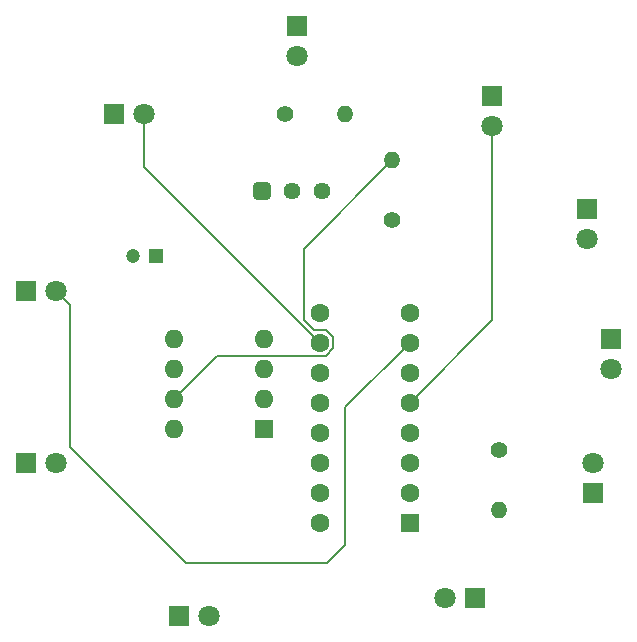
<source format=gbr>
%TF.GenerationSoftware,KiCad,Pcbnew,8.0.8*%
%TF.CreationDate,2025-01-31T19:08:08+05:30*%
%TF.ProjectId,LED Chaser circuit,4c454420-4368-4617-9365-722063697263,rev?*%
%TF.SameCoordinates,Original*%
%TF.FileFunction,Copper,L2,Bot*%
%TF.FilePolarity,Positive*%
%FSLAX46Y46*%
G04 Gerber Fmt 4.6, Leading zero omitted, Abs format (unit mm)*
G04 Created by KiCad (PCBNEW 8.0.8) date 2025-01-31 19:08:08*
%MOMM*%
%LPD*%
G01*
G04 APERTURE LIST*
G04 Aperture macros list*
%AMRoundRect*
0 Rectangle with rounded corners*
0 $1 Rounding radius*
0 $2 $3 $4 $5 $6 $7 $8 $9 X,Y pos of 4 corners*
0 Add a 4 corners polygon primitive as box body*
4,1,4,$2,$3,$4,$5,$6,$7,$8,$9,$2,$3,0*
0 Add four circle primitives for the rounded corners*
1,1,$1+$1,$2,$3*
1,1,$1+$1,$4,$5*
1,1,$1+$1,$6,$7*
1,1,$1+$1,$8,$9*
0 Add four rect primitives between the rounded corners*
20,1,$1+$1,$2,$3,$4,$5,0*
20,1,$1+$1,$4,$5,$6,$7,0*
20,1,$1+$1,$6,$7,$8,$9,0*
20,1,$1+$1,$8,$9,$2,$3,0*%
G04 Aperture macros list end*
%TA.AperFunction,ComponentPad*%
%ADD10R,1.600000X1.600000*%
%TD*%
%TA.AperFunction,ComponentPad*%
%ADD11C,1.600000*%
%TD*%
%TA.AperFunction,ComponentPad*%
%ADD12O,1.600000X1.600000*%
%TD*%
%TA.AperFunction,ComponentPad*%
%ADD13RoundRect,0.250000X0.470000X-0.470000X0.470000X0.470000X-0.470000X0.470000X-0.470000X-0.470000X0*%
%TD*%
%TA.AperFunction,ComponentPad*%
%ADD14C,1.440000*%
%TD*%
%TA.AperFunction,ComponentPad*%
%ADD15C,1.400000*%
%TD*%
%TA.AperFunction,ComponentPad*%
%ADD16O,1.400000X1.400000*%
%TD*%
%TA.AperFunction,ComponentPad*%
%ADD17R,1.800000X1.800000*%
%TD*%
%TA.AperFunction,ComponentPad*%
%ADD18C,1.800000*%
%TD*%
%TA.AperFunction,ComponentPad*%
%ADD19C,1.200000*%
%TD*%
%TA.AperFunction,ComponentPad*%
%ADD20R,1.200000X1.200000*%
%TD*%
%TA.AperFunction,Conductor*%
%ADD21C,0.200000*%
%TD*%
G04 APERTURE END LIST*
D10*
%TO.P,U2,1,Q5*%
%TO.N,Net-(D5-A)*%
X156000000Y-101080000D03*
D11*
%TO.P,U2,2,Q1*%
%TO.N,Net-(D1-A)*%
X156000000Y-98540000D03*
%TO.P,U2,3,Q0*%
%TO.N,Net-(D10-A)*%
X156000000Y-96000000D03*
%TO.P,U2,4,Q2*%
%TO.N,Net-(D2-A)*%
X156000000Y-93460000D03*
%TO.P,U2,5,Q6*%
%TO.N,Net-(D6-A)*%
X156000000Y-90920000D03*
%TO.P,U2,6,Q7*%
%TO.N,Net-(D7-A)*%
X156000000Y-88380000D03*
%TO.P,U2,7,Q3*%
%TO.N,Net-(D3-A)*%
X156000000Y-85840000D03*
%TO.P,U2,8,VSS*%
%TO.N,Net-(U1-GND)*%
X156000000Y-83300000D03*
%TO.P,U2,9,Q8*%
%TO.N,Net-(D8-A)*%
X148380000Y-83300000D03*
%TO.P,U2,10,Q4*%
%TO.N,Net-(D4-A)*%
X148380000Y-85840000D03*
%TO.P,U2,11,Q9*%
%TO.N,Net-(D9-A)*%
X148380000Y-88380000D03*
%TO.P,U2,12,Cout*%
%TO.N,unconnected-(U2-Cout-Pad12)*%
X148380000Y-90920000D03*
%TO.P,U2,13,CKEN*%
%TO.N,Net-(U1-GND)*%
X148380000Y-93460000D03*
%TO.P,U2,14,CLK*%
%TO.N,Net-(U1-Q)*%
X148380000Y-96000000D03*
%TO.P,U2,15,Reset*%
%TO.N,Net-(U1-GND)*%
X148380000Y-98540000D03*
%TO.P,U2,16,VDD*%
%TO.N,Net-(U1-R)*%
X148380000Y-101080000D03*
%TD*%
D10*
%TO.P,U1,1,GND*%
%TO.N,Net-(U1-GND)*%
X143620000Y-93120000D03*
D12*
%TO.P,U1,2,TR*%
%TO.N,Net-(U1-THR)*%
X143620000Y-90580000D03*
%TO.P,U1,3,Q*%
%TO.N,Net-(U1-Q)*%
X143620000Y-88040000D03*
%TO.P,U1,4,R*%
%TO.N,Net-(U1-R)*%
X143620000Y-85500000D03*
%TO.P,U1,5,CV*%
%TO.N,unconnected-(U1-CV-Pad5)*%
X136000000Y-85500000D03*
%TO.P,U1,6,THR*%
%TO.N,Net-(U1-THR)*%
X136000000Y-88040000D03*
%TO.P,U1,7,DIS*%
%TO.N,Net-(U1-DIS)*%
X136000000Y-90580000D03*
%TO.P,U1,8,VCC*%
%TO.N,Net-(U1-R)*%
X136000000Y-93120000D03*
%TD*%
D13*
%TO.P,RV1,1,1*%
%TO.N,Net-(R2-Pad1)*%
X143420000Y-73000000D03*
D14*
%TO.P,RV1,2,2*%
%TO.N,Net-(U1-THR)*%
X145960000Y-73000000D03*
%TO.P,RV1,3,3*%
%TO.N,unconnected-(RV1-Pad3)*%
X148500000Y-73000000D03*
%TD*%
D15*
%TO.P,R3,1*%
%TO.N,Net-(U1-GND)*%
X163500000Y-94920000D03*
D16*
%TO.P,R3,2*%
%TO.N,Net-(D1-K)*%
X163500000Y-100000000D03*
%TD*%
D15*
%TO.P,R2,1*%
%TO.N,Net-(R2-Pad1)*%
X145420000Y-66500000D03*
D16*
%TO.P,R2,2*%
%TO.N,Net-(U1-DIS)*%
X150500000Y-66500000D03*
%TD*%
D15*
%TO.P,R1,1*%
%TO.N,Net-(U1-R)*%
X154500000Y-75500000D03*
D16*
%TO.P,R1,2*%
%TO.N,Net-(U1-DIS)*%
X154500000Y-70420000D03*
%TD*%
D17*
%TO.P,D10,1,K*%
%TO.N,Net-(D1-K)*%
X161500000Y-107500000D03*
D18*
%TO.P,D10,2,A*%
%TO.N,Net-(D10-A)*%
X158960000Y-107500000D03*
%TD*%
D17*
%TO.P,D9,1,K*%
%TO.N,Net-(D1-K)*%
X171500000Y-98540000D03*
D18*
%TO.P,D9,2,A*%
%TO.N,Net-(D9-A)*%
X171500000Y-96000000D03*
%TD*%
D17*
%TO.P,D8,1,K*%
%TO.N,Net-(D1-K)*%
X173000000Y-85500000D03*
D18*
%TO.P,D8,2,A*%
%TO.N,Net-(D8-A)*%
X173000000Y-88040000D03*
%TD*%
D17*
%TO.P,D7,1,K*%
%TO.N,Net-(D1-K)*%
X170960000Y-74500000D03*
D18*
%TO.P,D7,2,A*%
%TO.N,Net-(D7-A)*%
X170960000Y-77040000D03*
%TD*%
D17*
%TO.P,D6,1,K*%
%TO.N,Net-(D1-K)*%
X162960000Y-65000000D03*
D18*
%TO.P,D6,2,A*%
%TO.N,Net-(D6-A)*%
X162960000Y-67540000D03*
%TD*%
D17*
%TO.P,D5,1,K*%
%TO.N,Net-(D1-K)*%
X146460000Y-59000000D03*
D18*
%TO.P,D5,2,A*%
%TO.N,Net-(D5-A)*%
X146460000Y-61540000D03*
%TD*%
D17*
%TO.P,D4,1,K*%
%TO.N,Net-(D1-K)*%
X130960000Y-66500000D03*
D18*
%TO.P,D4,2,A*%
%TO.N,Net-(D4-A)*%
X133500000Y-66500000D03*
%TD*%
D17*
%TO.P,D3,1,K*%
%TO.N,Net-(D1-K)*%
X123460000Y-81500000D03*
D18*
%TO.P,D3,2,A*%
%TO.N,Net-(D3-A)*%
X126000000Y-81500000D03*
%TD*%
D17*
%TO.P,D2,1,K*%
%TO.N,Net-(D1-K)*%
X123460000Y-96000000D03*
D18*
%TO.P,D2,2,A*%
%TO.N,Net-(D2-A)*%
X126000000Y-96000000D03*
%TD*%
D17*
%TO.P,D1,1,K*%
%TO.N,Net-(D1-K)*%
X136460000Y-109000000D03*
D18*
%TO.P,D1,2,A*%
%TO.N,Net-(D1-A)*%
X139000000Y-109000000D03*
%TD*%
D19*
%TO.P,C1,2*%
%TO.N,Net-(U1-GND)*%
X132500000Y-78500000D03*
D20*
%TO.P,C1,1*%
%TO.N,Net-(U1-THR)*%
X134500000Y-78500000D03*
%TD*%
D21*
%TO.N,Net-(D3-A)*%
X150500000Y-103000000D02*
X150500000Y-91340000D01*
X150500000Y-91340000D02*
X156000000Y-85840000D01*
X127200000Y-94700000D02*
X137000000Y-104500000D01*
X149000000Y-104500000D02*
X150500000Y-103000000D01*
X127200000Y-82700000D02*
X127200000Y-94700000D01*
X137000000Y-104500000D02*
X149000000Y-104500000D01*
X126000000Y-81500000D02*
X127200000Y-82700000D01*
%TO.N,Net-(U1-DIS)*%
X147000000Y-77920000D02*
X154500000Y-70420000D01*
X147000000Y-83894314D02*
X147000000Y-77920000D01*
X147845686Y-84740000D02*
X147000000Y-83894314D01*
X149480000Y-85384365D02*
X148835635Y-84740000D01*
X149480000Y-86295635D02*
X149480000Y-85384365D01*
X148835635Y-86940000D02*
X149480000Y-86295635D01*
X148835635Y-84740000D02*
X147845686Y-84740000D01*
X139640000Y-86940000D02*
X148835635Y-86940000D01*
X136000000Y-90580000D02*
X139640000Y-86940000D01*
%TO.N,Net-(D4-A)*%
X133500000Y-70960000D02*
X133500000Y-66500000D01*
X148380000Y-85840000D02*
X133500000Y-70960000D01*
%TO.N,Net-(D6-A)*%
X162960000Y-83960000D02*
X156000000Y-90920000D01*
X162960000Y-67540000D02*
X162960000Y-83960000D01*
%TD*%
M02*

</source>
